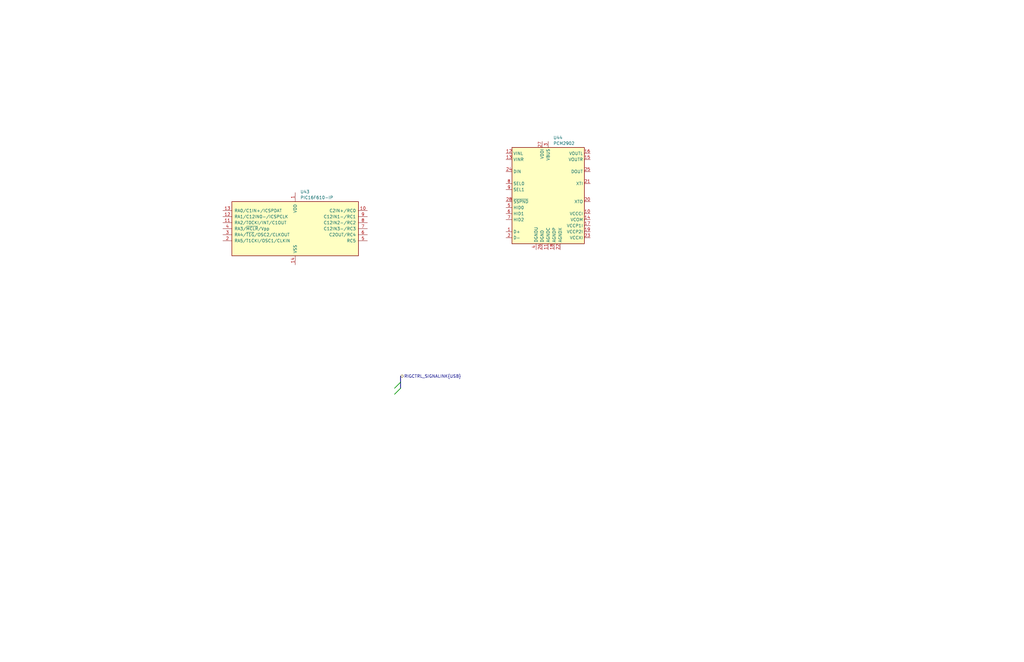
<source format=kicad_sch>
(kicad_sch (version 20250114) (generator "eeschema") (generator_version "9.0")
  (paper "B")
  (lib_symbols
    (symbol "Audio:PCM2902"
      (property "Reference" "U" (at -14.732 21.59 0))
      (property "Value" "PCM2902" (at 10.922 21.59 0))
      (symbol "PCM2902_0_1"
        (rectangle (start -15.24 20.32) (end 15.24 -20.32) (stroke (width 0.254)) (fill (type background)))
      )
      (symbol "PCM2902_1_1"
        (pin input line (at -17.78 17.78 0) (length 2.54) (name "VINL") (number "12"))
        (pin input line (at -17.78 15.24 0) (length 2.54) (name "VINR") (number "13"))
        (pin input line (at -17.78 10.16 0) (length 2.54) (name "DIN") (number "24"))
        (pin input line (at -17.78 5.08 0) (length 2.54) (name "SEL0") (number "8"))
        (pin input line (at -17.78 2.54 0) (length 2.54) (name "SEL1") (number "9"))
        (pin output line (at -17.78 -2.54 0) (length 2.54) (name "~{SSPND}") (number "28"))
        (pin input line (at -17.78 -5.08 0) (length 2.54) (name "HID0") (number "5"))
        (pin input line (at -17.78 -7.62 0) (length 2.54) (name "HID1") (number "6"))
        (pin input line (at -17.78 -10.16 0) (length 2.54) (name "HID2") (number "7"))
        (pin bidirectional line (at -17.78 -15.24 0) (length 2.54) (name "D+") (number "1"))
        (pin bidirectional line (at -17.78 -17.78 0) (length 2.54) (name "D-") (number "2"))
        (pin power_in line (at -5.08 -22.86 90) (length 2.54) (name "DGNDU") (number "4"))
        (pin power_out line (at -2.54 22.86 270) (length 2.54) (name "VDDI") (number "27"))
        (pin power_in line (at -2.54 -22.86 90) (length 2.54) (name "DGND") (number "26"))
        (pin power_in line (at 0 22.86 270) (length 2.54) (name "VBUS") (number "3"))
        (pin power_in line (at 0 -22.86 90) (length 2.54) (name "AGNDC") (number "11"))
        (pin power_in line (at 2.54 -22.86 90) (length 2.54) (name "AGNDP") (number "18"))
        (pin power_in line (at 5.08 -22.86 90) (length 2.54) (name "AGNDX") (number "22"))
        (pin output line (at 17.78 17.78 180) (length 2.54) (name "VOUTL") (number "16"))
        (pin output line (at 17.78 15.24 180) (length 2.54) (name "VOUTR") (number "15"))
        (pin output line (at 17.78 10.16 180) (length 2.54) (name "DOUT") (number "25"))
        (pin input line (at 17.78 5.08 180) (length 2.54) (name "XTI") (number "21"))
        (pin output line (at 17.78 -2.54 180) (length 2.54) (name "XTO") (number "20"))
        (pin passive line (at 17.78 -7.62 180) (length 2.54) (name "VCCCI") (number "10"))
        (pin passive line (at 17.78 -10.16 180) (length 2.54) (name "VCOM") (number "14"))
        (pin passive line (at 17.78 -12.7 180) (length 2.54) (name "VCCP1I") (number "17"))
        (pin passive line (at 17.78 -15.24 180) (length 2.54) (name "VCCP2I") (number "19"))
        (pin passive line (at 17.78 -17.78 180) (length 2.54) (name "VCCXI") (number "23"))
      )
    )
    (symbol "MCU_Microchip_PIC16:PIC16F610-IP" (pin_names (offset 1.016))
      (property "Reference" "U" (at -25.4 15.24 0))
      (property "Value" "PIC16F610-IP" (at -25.4 12.7 0))
      (symbol "PIC16F610-IP_0_1"
        (rectangle (start -26.67 11.43) (end 26.67 -11.43) (stroke (width 0.254)) (fill (type background)))
      )
      (symbol "PIC16F610-IP_1_1"
        (pin bidirectional line (at -30.48 7.62 0) (length 3.81) (name "RA0/C1IN+/ICSPDAT") (number "13"))
        (pin bidirectional line (at -30.48 5.08 0) (length 3.81) (name "RA1/C12IN0-/ICSPCLK") (number "12"))
        (pin bidirectional line (at -30.48 2.54 0) (length 3.81) (name "RA2/T0CKI/INT/C1OUT") (number "11"))
        (pin input line (at -30.48 0 0) (length 3.81) (name "RA3/~{MCLR}/Vpp") (number "4"))
        (pin bidirectional line (at -30.48 -2.54 0) (length 3.81) (name "RA4/~{T1G}/OSC2/CLKOUT") (number "3"))
        (pin bidirectional line (at -30.48 -5.08 0) (length 3.81) (name "RA5/T1CKI/OSC1/CLKIN") (number "2"))
        (pin power_in line (at 0 15.24 270) (length 3.81) (name "VDD") (number "1"))
        (pin power_in line (at 0 -15.24 90) (length 3.81) (name "VSS") (number "14"))
        (pin bidirectional line (at 30.48 7.62 180) (length 3.81) (name "C2IN+/RC0") (number "10"))
        (pin bidirectional line (at 30.48 5.08 180) (length 3.81) (name "C12IN1-/RC1") (number "9"))
        (pin bidirectional line (at 30.48 2.54 180) (length 3.81) (name "C12IN2-/RC2") (number "8"))
        (pin bidirectional line (at 30.48 0 180) (length 3.81) (name "C12IN3-/RC3") (number "7"))
        (pin bidirectional line (at 30.48 -2.54 180) (length 3.81) (name "C2OUT/RC4") (number "6"))
        (pin bidirectional line (at 30.48 -5.08 180) (length 3.81) (name "RC5") (number "5"))
      )
    )
  )
  (bus_entry (at 168.91 161.29) (size -2.54 2.54))
  (bus_entry (at 168.91 163.83) (size -2.54 2.54))
  (bus_entry (at 168.91 163.83) (size -2.54 2.54))
  (bus_entry (at 168.91 161.29) (size -2.54 2.54))
  (bus_entry (at 168.91 163.83) (size -2.54 2.54))
  (bus_entry (at 168.91 161.29) (size -2.54 2.54))
  (bus_entry (at 168.91 161.29) (size -2.54 2.54))
  (bus_entry (at 168.91 163.83) (size -2.54 2.54))
  (bus (pts (xy 168.91 161.29) (xy 168.91 163.83)))
  (bus (pts (xy 168.91 158.75) (xy 168.91 161.29)))
  (hierarchical_label "RIGCTRL_SIGNALINK{USB}" (shape bidirectional) (at 168.91 158.75 0))
  (symbol (lib_id "Audio:PCM2902") (at 231.14 82.55 0) (unit 1)
    (property "Reference" "U44" (at 233.2833 58.0855 0) (effects (justify left)))
    (property "Value" "PCM2902" (at 233.2833 60.5098 0) (effects (justify left)))
    (property "Footprint" "Package_SO:SSOP-28_5.3x10.2mm_P0.65mm" (effects (hide yes)))
    (property "Datasheet" "http://www.ti.com/lit/ds/symlink/pcm2902c.pdf" (effects (hide yes)))
    (property "Description" "Stereo Audio Codec with USB interface, Analog Input/Output, and S/PDIF, SSOP-28" (effects (hide yes)))
  )
  (symbol (lib_id "MCU_Microchip_PIC16:PIC16F610-IP") (at 124.46 96.52 0) (unit 1)
    (property "Reference" "U43" (at 126.6033 80.9455 0) (effects (justify left)))
    (property "Value" "PIC16F610-IP" (at 126.6033 83.3698 0) (effects (justify left)))
    (property "Datasheet" "http://ww1.microchip.com/downloads/en/DeviceDoc/41288F.pdf" (effects (hide yes)))
    (property "Description" "1024W FLASH, 64B SRAM, PDIP-14" (effects (hide yes)))
  )
)
</source>
